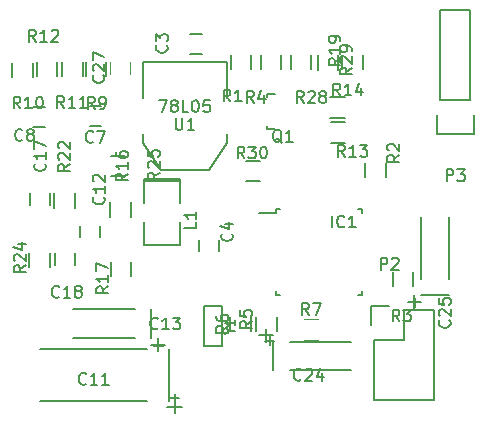
<source format=gto>
%TF.GenerationSoftware,KiCad,Pcbnew,5.0.0-rc2-dev-unknown-b813eac~63~ubuntu16.04.1*%
%TF.CreationDate,2018-04-08T19:45:01+02:00*%
%TF.ProjectId,atmegax8_with_BM20,61746D65676178385F776974685F424D,rev?*%
%TF.SameCoordinates,Original*%
%TF.FileFunction,Legend,Top*%
%TF.FilePolarity,Positive*%
%FSLAX46Y46*%
G04 Gerber Fmt 4.6, Leading zero omitted, Abs format (unit mm)*
G04 Created by KiCad (PCBNEW 5.0.0-rc2-dev-unknown-b813eac~63~ubuntu16.04.1) date Sun Apr  8 19:45:01 2018*
%MOMM*%
%LPD*%
G01*
G04 APERTURE LIST*
%ADD10C,0.150000*%
%ADD11C,0.203200*%
%ADD12C,0.120000*%
G04 APERTURE END LIST*
D10*
%TO.C,IC1*%
X28175800Y-24061000D02*
X28175800Y-24386000D01*
X35425800Y-24061000D02*
X35425800Y-24386000D01*
X35425800Y-31311000D02*
X35425800Y-30986000D01*
X28175800Y-31311000D02*
X28175800Y-30986000D01*
X28175800Y-24061000D02*
X28500800Y-24061000D01*
X28175800Y-31311000D02*
X28500800Y-31311000D01*
X35425800Y-31311000D02*
X35100800Y-31311000D01*
X35425800Y-24061000D02*
X35100800Y-24061000D01*
X28175800Y-24386000D02*
X26750800Y-24386000D01*
%TO.C,R14*%
X33966700Y-16318200D02*
X32766700Y-16318200D01*
X32766700Y-14568200D02*
X33966700Y-14568200D01*
%TO.C,Y1*%
X22084600Y-35649600D02*
X23584600Y-35649600D01*
X22084600Y-32249600D02*
X22084600Y-35649600D01*
X23584600Y-32249600D02*
X22084600Y-32249600D01*
X23584600Y-35649600D02*
X23584600Y-32249600D01*
%TO.C,R2*%
X35701000Y-21351800D02*
X35701000Y-20151800D01*
X37451000Y-20151800D02*
X37451000Y-21351800D01*
D11*
%TO.C,U1*%
X23990300Y-14630400D02*
X23990300Y-11582400D01*
X23990300Y-11582400D02*
X16878300Y-11582400D01*
X16878300Y-11582400D02*
X16878300Y-14630400D01*
X23990300Y-17678400D02*
X23990300Y-18440400D01*
X23990300Y-18440400D02*
X22466300Y-20726400D01*
X22466300Y-20726400D02*
X18402300Y-20726400D01*
X18402300Y-20726400D02*
X16878300Y-18440400D01*
X16878300Y-18440400D02*
X16878300Y-17678400D01*
D10*
%TO.C,C3*%
X21861400Y-9221100D02*
X20861400Y-9221100D01*
X20861400Y-10921100D02*
X21861400Y-10921100D01*
%TO.C,C4*%
X21603600Y-26657680D02*
X21603600Y-27657680D01*
X23303600Y-27657680D02*
X23303600Y-26657680D01*
%TO.C,P2*%
X36494720Y-35118040D02*
X36494720Y-40198040D01*
X36214720Y-32298040D02*
X37764720Y-32298040D01*
X39034720Y-32578040D02*
X39034720Y-35118040D01*
X39034720Y-35118040D02*
X36494720Y-35118040D01*
X36494720Y-40198040D02*
X41574720Y-40198040D01*
X41574720Y-40198040D02*
X41574720Y-35118040D01*
X36214720Y-32298040D02*
X36214720Y-33848040D01*
X41574720Y-32578040D02*
X39034720Y-32578040D01*
X41574720Y-35118040D02*
X41574720Y-32578040D01*
%TO.C,R1*%
X24311640Y-12187480D02*
X24311640Y-10987480D01*
X26061640Y-10987480D02*
X26061640Y-12187480D01*
%TO.C,R30*%
X26782320Y-21710620D02*
X25582320Y-21710620D01*
X25582320Y-19960620D02*
X26782320Y-19960620D01*
%TO.C,R4*%
X28606720Y-11002720D02*
X28606720Y-12202720D01*
X26856720Y-12202720D02*
X26856720Y-11002720D01*
%TO.C,R5*%
X28218100Y-33194700D02*
X28218100Y-34394700D01*
X26468100Y-34394700D02*
X26468100Y-33194700D01*
%TO.C,R6*%
X24258300Y-34394700D02*
X24258300Y-33194700D01*
X26008300Y-33194700D02*
X26008300Y-34394700D01*
%TO.C,R3*%
X38037800Y-30572000D02*
X38037800Y-29372000D01*
X39787800Y-29372000D02*
X39787800Y-30572000D01*
%TO.C,C11*%
X19118580Y-40330120D02*
X19118580Y-35930840D01*
X17216120Y-35930840D02*
X8214360Y-35930840D01*
X8214360Y-40330120D02*
X17216120Y-40330120D01*
X19573240Y-41333420D02*
X19573240Y-40233600D01*
X20172680Y-40833040D02*
X18973800Y-40833040D01*
%TO.C,C12*%
X13285840Y-26458800D02*
X13285840Y-25458800D01*
X11585840Y-25458800D02*
X11585840Y-26458800D01*
%TO.C,C13*%
X16189960Y-32570420D02*
X10988040Y-32570420D01*
X10988040Y-34968180D02*
X16189960Y-34968180D01*
X18188940Y-36068000D02*
X18188940Y-34968180D01*
X18788380Y-35567620D02*
X17589500Y-35567620D01*
X17584420Y-34968180D02*
X17584420Y-32570420D01*
%TO.C,R9*%
X13803600Y-11617400D02*
X13803600Y-12817400D01*
X12053600Y-12817400D02*
X12053600Y-11617400D01*
%TO.C,R10*%
X7600920Y-11668200D02*
X7600920Y-12868200D01*
X5850920Y-12868200D02*
X5850920Y-11668200D01*
%TO.C,R11*%
X11822400Y-11617400D02*
X11822400Y-12817400D01*
X10072400Y-12817400D02*
X10072400Y-11617400D01*
%TO.C,R12*%
X9638000Y-11642800D02*
X9638000Y-12842800D01*
X7888000Y-12842800D02*
X7888000Y-11642800D01*
%TO.C,R13*%
X33997200Y-18464500D02*
X32797200Y-18464500D01*
X32797200Y-16714500D02*
X33997200Y-16714500D01*
%TO.C,R16*%
X15881320Y-23504600D02*
X15881320Y-24704600D01*
X14131320Y-24704600D02*
X14131320Y-23504600D01*
%TO.C,R17*%
X15909260Y-28561740D02*
X15909260Y-29761740D01*
X14159260Y-29761740D02*
X14159260Y-28561740D01*
%TO.C,L1*%
X19994880Y-21498560D02*
X16946880Y-21498560D01*
X16946880Y-25181560D02*
X16946880Y-27086560D01*
X16946880Y-27086560D02*
X19994880Y-27086560D01*
X19994880Y-27086560D02*
X19994880Y-25181560D01*
X19994880Y-23530560D02*
X19994880Y-21498560D01*
X19994880Y-21698560D02*
X16946880Y-21698560D01*
X16946880Y-21498560D02*
X16946880Y-23530560D01*
%TO.C,C17*%
X9005940Y-23746080D02*
X9005940Y-22746080D01*
X7305940Y-22746080D02*
X7305940Y-23746080D01*
%TO.C,C18*%
X9437000Y-27795600D02*
X9437000Y-28795600D01*
X11137000Y-28795600D02*
X11137000Y-27795600D01*
%TO.C,R19*%
X35507900Y-11020500D02*
X35507900Y-12220500D01*
X33757900Y-12220500D02*
X33757900Y-11020500D01*
%TO.C,R22*%
X11126440Y-22747680D02*
X11126440Y-23947680D01*
X9376440Y-23947680D02*
X9376440Y-22747680D01*
%TO.C,R24*%
X7258080Y-28951480D02*
X7258080Y-27751480D01*
X9008080Y-27751480D02*
X9008080Y-28951480D01*
%TO.C,R25*%
X14173900Y-19533900D02*
X15373900Y-19533900D01*
X15373900Y-21283900D02*
X14173900Y-21283900D01*
%TO.C,C7*%
X12377800Y-17055200D02*
X13377800Y-17055200D01*
X13377800Y-15355200D02*
X12377800Y-15355200D01*
%TO.C,C8*%
X8577200Y-15431400D02*
X7577200Y-15431400D01*
X7577200Y-17131400D02*
X8577200Y-17131400D01*
%TO.C,C24*%
X29342080Y-37729160D02*
X34544000Y-37729160D01*
X34544000Y-35331400D02*
X29342080Y-35331400D01*
X27343100Y-34231580D02*
X27343100Y-35331400D01*
X26743660Y-34731960D02*
X27942540Y-34731960D01*
X27947620Y-35331400D02*
X27947620Y-37729160D01*
%TO.C,C25*%
X42829480Y-29956760D02*
X42829480Y-24754840D01*
X40431720Y-24754840D02*
X40431720Y-29956760D01*
X39331900Y-31955740D02*
X40431720Y-31955740D01*
X39832280Y-32555180D02*
X39832280Y-31356300D01*
X40431720Y-31351220D02*
X42829480Y-31351220D01*
%TO.C,Q1*%
X27404060Y-14507260D02*
X27404060Y-14555520D01*
X28105100Y-17306240D02*
X27404060Y-17306240D01*
X27404060Y-17306240D02*
X27404060Y-17057320D01*
X27404060Y-14507260D02*
X27404060Y-14306600D01*
X27404060Y-14306600D02*
X28105100Y-14306600D01*
%TO.C,R28*%
X31164500Y-11045900D02*
X31164500Y-12245900D01*
X29414500Y-12245900D02*
X29414500Y-11045900D01*
%TO.C,R29*%
X33442880Y-11053520D02*
X33442880Y-12253520D01*
X31692880Y-12253520D02*
X31692880Y-11053520D01*
D12*
%TO.C,C27*%
X15785200Y-12590400D02*
X15785200Y-11590400D01*
X14085200Y-11590400D02*
X14085200Y-12590400D01*
%TO.C,R7*%
X30509920Y-33389680D02*
X31709920Y-33389680D01*
X31709920Y-35149680D02*
X30509920Y-35149680D01*
D10*
%TO.C,P3*%
X44622720Y-14874240D02*
X44622720Y-7254240D01*
X42082720Y-14874240D02*
X42082720Y-7254240D01*
X41802720Y-17694240D02*
X41802720Y-16144240D01*
X44622720Y-7254240D02*
X42082720Y-7254240D01*
X42082720Y-14874240D02*
X44622720Y-14874240D01*
X44902720Y-16144240D02*
X44902720Y-17694240D01*
X44902720Y-17694240D02*
X41802720Y-17694240D01*
%TO.C,IC1*%
X32907409Y-25623780D02*
X32907409Y-24623780D01*
X33955028Y-25528542D02*
X33907409Y-25576161D01*
X33764552Y-25623780D01*
X33669314Y-25623780D01*
X33526457Y-25576161D01*
X33431219Y-25480923D01*
X33383600Y-25385685D01*
X33335980Y-25195209D01*
X33335980Y-25052352D01*
X33383600Y-24861876D01*
X33431219Y-24766638D01*
X33526457Y-24671400D01*
X33669314Y-24623780D01*
X33764552Y-24623780D01*
X33907409Y-24671400D01*
X33955028Y-24719019D01*
X34907409Y-25623780D02*
X34335980Y-25623780D01*
X34621695Y-25623780D02*
X34621695Y-24623780D01*
X34526457Y-24766638D01*
X34431219Y-24861876D01*
X34335980Y-24909495D01*
%TO.C,R14*%
X33587442Y-14447780D02*
X33254109Y-13971590D01*
X33016014Y-14447780D02*
X33016014Y-13447780D01*
X33396966Y-13447780D01*
X33492204Y-13495400D01*
X33539823Y-13543019D01*
X33587442Y-13638257D01*
X33587442Y-13781114D01*
X33539823Y-13876352D01*
X33492204Y-13923971D01*
X33396966Y-13971590D01*
X33016014Y-13971590D01*
X34539823Y-14447780D02*
X33968395Y-14447780D01*
X34254109Y-14447780D02*
X34254109Y-13447780D01*
X34158871Y-13590638D01*
X34063633Y-13685876D01*
X33968395Y-13733495D01*
X35396966Y-13781114D02*
X35396966Y-14447780D01*
X35158871Y-13400161D02*
X34920776Y-14114447D01*
X35539823Y-14114447D01*
%TO.C,Y1*%
X24285552Y-34410552D02*
X24666504Y-34410552D01*
X23866504Y-34677219D02*
X24285552Y-34410552D01*
X23866504Y-34143885D01*
X24666504Y-33458171D02*
X24666504Y-33915314D01*
X24666504Y-33686742D02*
X23866504Y-33686742D01*
X23980790Y-33762933D01*
X24056980Y-33839123D01*
X24095076Y-33915314D01*
%TO.C,R2*%
X38603180Y-19470666D02*
X38126990Y-19804000D01*
X38603180Y-20042095D02*
X37603180Y-20042095D01*
X37603180Y-19661142D01*
X37650800Y-19565904D01*
X37698419Y-19518285D01*
X37793657Y-19470666D01*
X37936514Y-19470666D01*
X38031752Y-19518285D01*
X38079371Y-19565904D01*
X38126990Y-19661142D01*
X38126990Y-20042095D01*
X37698419Y-19089714D02*
X37650800Y-19042095D01*
X37603180Y-18946857D01*
X37603180Y-18708761D01*
X37650800Y-18613523D01*
X37698419Y-18565904D01*
X37793657Y-18518285D01*
X37888895Y-18518285D01*
X38031752Y-18565904D01*
X38603180Y-19137333D01*
X38603180Y-18518285D01*
%TO.C,U1*%
D11*
X19660204Y-16360019D02*
X19660204Y-17182495D01*
X19708585Y-17279257D01*
X19756966Y-17327638D01*
X19853728Y-17376019D01*
X20047252Y-17376019D01*
X20144014Y-17327638D01*
X20192395Y-17279257D01*
X20240776Y-17182495D01*
X20240776Y-16360019D01*
X21256776Y-17376019D02*
X20676204Y-17376019D01*
X20966490Y-17376019D02*
X20966490Y-16360019D01*
X20869728Y-16505161D01*
X20772966Y-16601923D01*
X20676204Y-16650304D01*
X18232966Y-14836019D02*
X18910300Y-14836019D01*
X18474871Y-15852019D01*
X19442490Y-15271447D02*
X19345728Y-15223066D01*
X19297347Y-15174685D01*
X19248966Y-15077923D01*
X19248966Y-15029542D01*
X19297347Y-14932780D01*
X19345728Y-14884400D01*
X19442490Y-14836019D01*
X19636014Y-14836019D01*
X19732776Y-14884400D01*
X19781157Y-14932780D01*
X19829538Y-15029542D01*
X19829538Y-15077923D01*
X19781157Y-15174685D01*
X19732776Y-15223066D01*
X19636014Y-15271447D01*
X19442490Y-15271447D01*
X19345728Y-15319828D01*
X19297347Y-15368209D01*
X19248966Y-15464971D01*
X19248966Y-15658495D01*
X19297347Y-15755257D01*
X19345728Y-15803638D01*
X19442490Y-15852019D01*
X19636014Y-15852019D01*
X19732776Y-15803638D01*
X19781157Y-15755257D01*
X19829538Y-15658495D01*
X19829538Y-15464971D01*
X19781157Y-15368209D01*
X19732776Y-15319828D01*
X19636014Y-15271447D01*
X20748776Y-15852019D02*
X20264966Y-15852019D01*
X20264966Y-14836019D01*
X21280966Y-14836019D02*
X21377728Y-14836019D01*
X21474490Y-14884400D01*
X21522871Y-14932780D01*
X21571252Y-15029542D01*
X21619633Y-15223066D01*
X21619633Y-15464971D01*
X21571252Y-15658495D01*
X21522871Y-15755257D01*
X21474490Y-15803638D01*
X21377728Y-15852019D01*
X21280966Y-15852019D01*
X21184204Y-15803638D01*
X21135823Y-15755257D01*
X21087442Y-15658495D01*
X21039061Y-15464971D01*
X21039061Y-15223066D01*
X21087442Y-15029542D01*
X21135823Y-14932780D01*
X21184204Y-14884400D01*
X21280966Y-14836019D01*
X22538871Y-14836019D02*
X22055061Y-14836019D01*
X22006680Y-15319828D01*
X22055061Y-15271447D01*
X22151823Y-15223066D01*
X22393728Y-15223066D01*
X22490490Y-15271447D01*
X22538871Y-15319828D01*
X22587252Y-15416590D01*
X22587252Y-15658495D01*
X22538871Y-15755257D01*
X22490490Y-15803638D01*
X22393728Y-15852019D01*
X22151823Y-15852019D01*
X22055061Y-15803638D01*
X22006680Y-15755257D01*
%TO.C,C3*%
D10*
X18899142Y-10199666D02*
X18946761Y-10247285D01*
X18994380Y-10390142D01*
X18994380Y-10485380D01*
X18946761Y-10628238D01*
X18851523Y-10723476D01*
X18756285Y-10771095D01*
X18565809Y-10818714D01*
X18422952Y-10818714D01*
X18232476Y-10771095D01*
X18137238Y-10723476D01*
X18042000Y-10628238D01*
X17994380Y-10485380D01*
X17994380Y-10390142D01*
X18042000Y-10247285D01*
X18089619Y-10199666D01*
X17994380Y-9866333D02*
X17994380Y-9247285D01*
X18375333Y-9580619D01*
X18375333Y-9437761D01*
X18422952Y-9342523D01*
X18470571Y-9294904D01*
X18565809Y-9247285D01*
X18803904Y-9247285D01*
X18899142Y-9294904D01*
X18946761Y-9342523D01*
X18994380Y-9437761D01*
X18994380Y-9723476D01*
X18946761Y-9818714D01*
X18899142Y-9866333D01*
%TO.C,C4*%
X24410942Y-26150866D02*
X24458561Y-26198485D01*
X24506180Y-26341342D01*
X24506180Y-26436580D01*
X24458561Y-26579438D01*
X24363323Y-26674676D01*
X24268085Y-26722295D01*
X24077609Y-26769914D01*
X23934752Y-26769914D01*
X23744276Y-26722295D01*
X23649038Y-26674676D01*
X23553800Y-26579438D01*
X23506180Y-26436580D01*
X23506180Y-26341342D01*
X23553800Y-26198485D01*
X23601419Y-26150866D01*
X23839514Y-25293723D02*
X24506180Y-25293723D01*
X23458561Y-25531819D02*
X24172847Y-25769914D01*
X24172847Y-25150866D01*
%TO.C,P2*%
X37026624Y-29200420D02*
X37026624Y-28200420D01*
X37407577Y-28200420D01*
X37502815Y-28248040D01*
X37550434Y-28295659D01*
X37598053Y-28390897D01*
X37598053Y-28533754D01*
X37550434Y-28628992D01*
X37502815Y-28676611D01*
X37407577Y-28724230D01*
X37026624Y-28724230D01*
X37979005Y-28295659D02*
X38026624Y-28248040D01*
X38121862Y-28200420D01*
X38359958Y-28200420D01*
X38455196Y-28248040D01*
X38502815Y-28295659D01*
X38550434Y-28390897D01*
X38550434Y-28486135D01*
X38502815Y-28628992D01*
X37931386Y-29200420D01*
X38550434Y-29200420D01*
%TO.C,R1*%
X24293533Y-14955780D02*
X23960200Y-14479590D01*
X23722104Y-14955780D02*
X23722104Y-13955780D01*
X24103057Y-13955780D01*
X24198295Y-14003400D01*
X24245914Y-14051019D01*
X24293533Y-14146257D01*
X24293533Y-14289114D01*
X24245914Y-14384352D01*
X24198295Y-14431971D01*
X24103057Y-14479590D01*
X23722104Y-14479590D01*
X25245914Y-14955780D02*
X24674485Y-14955780D01*
X24960200Y-14955780D02*
X24960200Y-13955780D01*
X24864961Y-14098638D01*
X24769723Y-14193876D01*
X24674485Y-14241495D01*
%TO.C,R30*%
X25493742Y-19781780D02*
X25160409Y-19305590D01*
X24922314Y-19781780D02*
X24922314Y-18781780D01*
X25303266Y-18781780D01*
X25398504Y-18829400D01*
X25446123Y-18877019D01*
X25493742Y-18972257D01*
X25493742Y-19115114D01*
X25446123Y-19210352D01*
X25398504Y-19257971D01*
X25303266Y-19305590D01*
X24922314Y-19305590D01*
X25827076Y-18781780D02*
X26446123Y-18781780D01*
X26112790Y-19162733D01*
X26255647Y-19162733D01*
X26350885Y-19210352D01*
X26398504Y-19257971D01*
X26446123Y-19353209D01*
X26446123Y-19591304D01*
X26398504Y-19686542D01*
X26350885Y-19734161D01*
X26255647Y-19781780D01*
X25969933Y-19781780D01*
X25874695Y-19734161D01*
X25827076Y-19686542D01*
X27065171Y-18781780D02*
X27160409Y-18781780D01*
X27255647Y-18829400D01*
X27303266Y-18877019D01*
X27350885Y-18972257D01*
X27398504Y-19162733D01*
X27398504Y-19400828D01*
X27350885Y-19591304D01*
X27303266Y-19686542D01*
X27255647Y-19734161D01*
X27160409Y-19781780D01*
X27065171Y-19781780D01*
X26969933Y-19734161D01*
X26922314Y-19686542D01*
X26874695Y-19591304D01*
X26827076Y-19400828D01*
X26827076Y-19162733D01*
X26874695Y-18972257D01*
X26922314Y-18877019D01*
X26969933Y-18829400D01*
X27065171Y-18781780D01*
%TO.C,R4*%
X26300133Y-15057380D02*
X25966800Y-14581190D01*
X25728704Y-15057380D02*
X25728704Y-14057380D01*
X26109657Y-14057380D01*
X26204895Y-14105000D01*
X26252514Y-14152619D01*
X26300133Y-14247857D01*
X26300133Y-14390714D01*
X26252514Y-14485952D01*
X26204895Y-14533571D01*
X26109657Y-14581190D01*
X25728704Y-14581190D01*
X27157276Y-14390714D02*
X27157276Y-15057380D01*
X26919180Y-14009761D02*
X26681085Y-14724047D01*
X27300133Y-14724047D01*
%TO.C,R5*%
X26106380Y-33554966D02*
X25630190Y-33888300D01*
X26106380Y-34126395D02*
X25106380Y-34126395D01*
X25106380Y-33745442D01*
X25154000Y-33650204D01*
X25201619Y-33602585D01*
X25296857Y-33554966D01*
X25439714Y-33554966D01*
X25534952Y-33602585D01*
X25582571Y-33650204D01*
X25630190Y-33745442D01*
X25630190Y-34126395D01*
X25106380Y-32650204D02*
X25106380Y-33126395D01*
X25582571Y-33174014D01*
X25534952Y-33126395D01*
X25487333Y-33031157D01*
X25487333Y-32793061D01*
X25534952Y-32697823D01*
X25582571Y-32650204D01*
X25677809Y-32602585D01*
X25915904Y-32602585D01*
X26011142Y-32650204D01*
X26058761Y-32697823D01*
X26106380Y-32793061D01*
X26106380Y-33031157D01*
X26058761Y-33126395D01*
X26011142Y-33174014D01*
%TO.C,R6*%
X24112480Y-33948666D02*
X23636290Y-34282000D01*
X24112480Y-34520095D02*
X23112480Y-34520095D01*
X23112480Y-34139142D01*
X23160100Y-34043904D01*
X23207719Y-33996285D01*
X23302957Y-33948666D01*
X23445814Y-33948666D01*
X23541052Y-33996285D01*
X23588671Y-34043904D01*
X23636290Y-34139142D01*
X23636290Y-34520095D01*
X23112480Y-33091523D02*
X23112480Y-33282000D01*
X23160100Y-33377238D01*
X23207719Y-33424857D01*
X23350576Y-33520095D01*
X23541052Y-33567714D01*
X23922004Y-33567714D01*
X24017242Y-33520095D01*
X24064861Y-33472476D01*
X24112480Y-33377238D01*
X24112480Y-33186761D01*
X24064861Y-33091523D01*
X24017242Y-33043904D01*
X23922004Y-32996285D01*
X23683909Y-32996285D01*
X23588671Y-33043904D01*
X23541052Y-33091523D01*
X23493433Y-33186761D01*
X23493433Y-33377238D01*
X23541052Y-33472476D01*
X23588671Y-33520095D01*
X23683909Y-33567714D01*
%TO.C,R3*%
X38619133Y-33573980D02*
X38285800Y-33097790D01*
X38047704Y-33573980D02*
X38047704Y-32573980D01*
X38428657Y-32573980D01*
X38523895Y-32621600D01*
X38571514Y-32669219D01*
X38619133Y-32764457D01*
X38619133Y-32907314D01*
X38571514Y-33002552D01*
X38523895Y-33050171D01*
X38428657Y-33097790D01*
X38047704Y-33097790D01*
X38952466Y-32573980D02*
X39571514Y-32573980D01*
X39238180Y-32954933D01*
X39381038Y-32954933D01*
X39476276Y-33002552D01*
X39523895Y-33050171D01*
X39571514Y-33145409D01*
X39571514Y-33383504D01*
X39523895Y-33478742D01*
X39476276Y-33526361D01*
X39381038Y-33573980D01*
X39095323Y-33573980D01*
X39000085Y-33526361D01*
X38952466Y-33478742D01*
%TO.C,C11*%
X12082542Y-38838142D02*
X12034923Y-38885761D01*
X11892066Y-38933380D01*
X11796828Y-38933380D01*
X11653971Y-38885761D01*
X11558733Y-38790523D01*
X11511114Y-38695285D01*
X11463495Y-38504809D01*
X11463495Y-38361952D01*
X11511114Y-38171476D01*
X11558733Y-38076238D01*
X11653971Y-37981000D01*
X11796828Y-37933380D01*
X11892066Y-37933380D01*
X12034923Y-37981000D01*
X12082542Y-38028619D01*
X13034923Y-38933380D02*
X12463495Y-38933380D01*
X12749209Y-38933380D02*
X12749209Y-37933380D01*
X12653971Y-38076238D01*
X12558733Y-38171476D01*
X12463495Y-38219095D01*
X13987304Y-38933380D02*
X13415876Y-38933380D01*
X13701590Y-38933380D02*
X13701590Y-37933380D01*
X13606352Y-38076238D01*
X13511114Y-38171476D01*
X13415876Y-38219095D01*
X19227847Y-40076428D02*
X19989752Y-40076428D01*
X19608800Y-40457380D02*
X19608800Y-39695476D01*
%TO.C,C12*%
X13565142Y-23045657D02*
X13612761Y-23093276D01*
X13660380Y-23236133D01*
X13660380Y-23331371D01*
X13612761Y-23474228D01*
X13517523Y-23569466D01*
X13422285Y-23617085D01*
X13231809Y-23664704D01*
X13088952Y-23664704D01*
X12898476Y-23617085D01*
X12803238Y-23569466D01*
X12708000Y-23474228D01*
X12660380Y-23331371D01*
X12660380Y-23236133D01*
X12708000Y-23093276D01*
X12755619Y-23045657D01*
X13660380Y-22093276D02*
X13660380Y-22664704D01*
X13660380Y-22378990D02*
X12660380Y-22378990D01*
X12803238Y-22474228D01*
X12898476Y-22569466D01*
X12946095Y-22664704D01*
X12755619Y-21712323D02*
X12708000Y-21664704D01*
X12660380Y-21569466D01*
X12660380Y-21331371D01*
X12708000Y-21236133D01*
X12755619Y-21188514D01*
X12850857Y-21140895D01*
X12946095Y-21140895D01*
X13088952Y-21188514D01*
X13660380Y-21759942D01*
X13660380Y-21140895D01*
%TO.C,C13*%
X18153142Y-34164542D02*
X18105523Y-34212161D01*
X17962666Y-34259780D01*
X17867428Y-34259780D01*
X17724571Y-34212161D01*
X17629333Y-34116923D01*
X17581714Y-34021685D01*
X17534095Y-33831209D01*
X17534095Y-33688352D01*
X17581714Y-33497876D01*
X17629333Y-33402638D01*
X17724571Y-33307400D01*
X17867428Y-33259780D01*
X17962666Y-33259780D01*
X18105523Y-33307400D01*
X18153142Y-33355019D01*
X19105523Y-34259780D02*
X18534095Y-34259780D01*
X18819809Y-34259780D02*
X18819809Y-33259780D01*
X18724571Y-33402638D01*
X18629333Y-33497876D01*
X18534095Y-33545495D01*
X19438857Y-33259780D02*
X20057904Y-33259780D01*
X19724571Y-33640733D01*
X19867428Y-33640733D01*
X19962666Y-33688352D01*
X20010285Y-33735971D01*
X20057904Y-33831209D01*
X20057904Y-34069304D01*
X20010285Y-34164542D01*
X19962666Y-34212161D01*
X19867428Y-34259780D01*
X19581714Y-34259780D01*
X19486476Y-34212161D01*
X19438857Y-34164542D01*
X17807987Y-35641588D02*
X18569892Y-35641588D01*
X18188940Y-36022540D02*
X18188940Y-35260636D01*
%TO.C,R9*%
X12807653Y-15565380D02*
X12474320Y-15089190D01*
X12236224Y-15565380D02*
X12236224Y-14565380D01*
X12617177Y-14565380D01*
X12712415Y-14613000D01*
X12760034Y-14660619D01*
X12807653Y-14755857D01*
X12807653Y-14898714D01*
X12760034Y-14993952D01*
X12712415Y-15041571D01*
X12617177Y-15089190D01*
X12236224Y-15089190D01*
X13283843Y-15565380D02*
X13474320Y-15565380D01*
X13569558Y-15517761D01*
X13617177Y-15470142D01*
X13712415Y-15327285D01*
X13760034Y-15136809D01*
X13760034Y-14755857D01*
X13712415Y-14660619D01*
X13664796Y-14613000D01*
X13569558Y-14565380D01*
X13379081Y-14565380D01*
X13283843Y-14613000D01*
X13236224Y-14660619D01*
X13188605Y-14755857D01*
X13188605Y-14993952D01*
X13236224Y-15089190D01*
X13283843Y-15136809D01*
X13379081Y-15184428D01*
X13569558Y-15184428D01*
X13664796Y-15136809D01*
X13712415Y-15089190D01*
X13760034Y-14993952D01*
%TO.C,R10*%
X6519942Y-15539980D02*
X6186609Y-15063790D01*
X5948514Y-15539980D02*
X5948514Y-14539980D01*
X6329466Y-14539980D01*
X6424704Y-14587600D01*
X6472323Y-14635219D01*
X6519942Y-14730457D01*
X6519942Y-14873314D01*
X6472323Y-14968552D01*
X6424704Y-15016171D01*
X6329466Y-15063790D01*
X5948514Y-15063790D01*
X7472323Y-15539980D02*
X6900895Y-15539980D01*
X7186609Y-15539980D02*
X7186609Y-14539980D01*
X7091371Y-14682838D01*
X6996133Y-14778076D01*
X6900895Y-14825695D01*
X8091371Y-14539980D02*
X8186609Y-14539980D01*
X8281847Y-14587600D01*
X8329466Y-14635219D01*
X8377085Y-14730457D01*
X8424704Y-14920933D01*
X8424704Y-15159028D01*
X8377085Y-15349504D01*
X8329466Y-15444742D01*
X8281847Y-15492361D01*
X8186609Y-15539980D01*
X8091371Y-15539980D01*
X7996133Y-15492361D01*
X7948514Y-15444742D01*
X7900895Y-15349504D01*
X7853276Y-15159028D01*
X7853276Y-14920933D01*
X7900895Y-14730457D01*
X7948514Y-14635219D01*
X7996133Y-14587600D01*
X8091371Y-14539980D01*
%TO.C,R11*%
X10233422Y-15499340D02*
X9900089Y-15023150D01*
X9661994Y-15499340D02*
X9661994Y-14499340D01*
X10042946Y-14499340D01*
X10138184Y-14546960D01*
X10185803Y-14594579D01*
X10233422Y-14689817D01*
X10233422Y-14832674D01*
X10185803Y-14927912D01*
X10138184Y-14975531D01*
X10042946Y-15023150D01*
X9661994Y-15023150D01*
X11185803Y-15499340D02*
X10614375Y-15499340D01*
X10900089Y-15499340D02*
X10900089Y-14499340D01*
X10804851Y-14642198D01*
X10709613Y-14737436D01*
X10614375Y-14785055D01*
X12138184Y-15499340D02*
X11566756Y-15499340D01*
X11852470Y-15499340D02*
X11852470Y-14499340D01*
X11757232Y-14642198D01*
X11661994Y-14737436D01*
X11566756Y-14785055D01*
%TO.C,R12*%
X7835662Y-9885940D02*
X7502329Y-9409750D01*
X7264234Y-9885940D02*
X7264234Y-8885940D01*
X7645186Y-8885940D01*
X7740424Y-8933560D01*
X7788043Y-8981179D01*
X7835662Y-9076417D01*
X7835662Y-9219274D01*
X7788043Y-9314512D01*
X7740424Y-9362131D01*
X7645186Y-9409750D01*
X7264234Y-9409750D01*
X8788043Y-9885940D02*
X8216615Y-9885940D01*
X8502329Y-9885940D02*
X8502329Y-8885940D01*
X8407091Y-9028798D01*
X8311853Y-9124036D01*
X8216615Y-9171655D01*
X9168996Y-8981179D02*
X9216615Y-8933560D01*
X9311853Y-8885940D01*
X9549948Y-8885940D01*
X9645186Y-8933560D01*
X9692805Y-8981179D01*
X9740424Y-9076417D01*
X9740424Y-9171655D01*
X9692805Y-9314512D01*
X9121377Y-9885940D01*
X9740424Y-9885940D01*
%TO.C,R13*%
X33998942Y-19629380D02*
X33665609Y-19153190D01*
X33427514Y-19629380D02*
X33427514Y-18629380D01*
X33808466Y-18629380D01*
X33903704Y-18677000D01*
X33951323Y-18724619D01*
X33998942Y-18819857D01*
X33998942Y-18962714D01*
X33951323Y-19057952D01*
X33903704Y-19105571D01*
X33808466Y-19153190D01*
X33427514Y-19153190D01*
X34951323Y-19629380D02*
X34379895Y-19629380D01*
X34665609Y-19629380D02*
X34665609Y-18629380D01*
X34570371Y-18772238D01*
X34475133Y-18867476D01*
X34379895Y-18915095D01*
X35284657Y-18629380D02*
X35903704Y-18629380D01*
X35570371Y-19010333D01*
X35713228Y-19010333D01*
X35808466Y-19057952D01*
X35856085Y-19105571D01*
X35903704Y-19200809D01*
X35903704Y-19438904D01*
X35856085Y-19534142D01*
X35808466Y-19581761D01*
X35713228Y-19629380D01*
X35427514Y-19629380D01*
X35332276Y-19581761D01*
X35284657Y-19534142D01*
%TO.C,R16*%
X15590780Y-21064457D02*
X15114590Y-21397790D01*
X15590780Y-21635885D02*
X14590780Y-21635885D01*
X14590780Y-21254933D01*
X14638400Y-21159695D01*
X14686019Y-21112076D01*
X14781257Y-21064457D01*
X14924114Y-21064457D01*
X15019352Y-21112076D01*
X15066971Y-21159695D01*
X15114590Y-21254933D01*
X15114590Y-21635885D01*
X15590780Y-20112076D02*
X15590780Y-20683504D01*
X15590780Y-20397790D02*
X14590780Y-20397790D01*
X14733638Y-20493028D01*
X14828876Y-20588266D01*
X14876495Y-20683504D01*
X14590780Y-19254933D02*
X14590780Y-19445409D01*
X14638400Y-19540647D01*
X14686019Y-19588266D01*
X14828876Y-19683504D01*
X15019352Y-19731123D01*
X15400304Y-19731123D01*
X15495542Y-19683504D01*
X15543161Y-19635885D01*
X15590780Y-19540647D01*
X15590780Y-19350171D01*
X15543161Y-19254933D01*
X15495542Y-19207314D01*
X15400304Y-19159695D01*
X15162209Y-19159695D01*
X15066971Y-19207314D01*
X15019352Y-19254933D01*
X14971733Y-19350171D01*
X14971733Y-19540647D01*
X15019352Y-19635885D01*
X15066971Y-19683504D01*
X15162209Y-19731123D01*
%TO.C,R17*%
X13965180Y-30614857D02*
X13488990Y-30948190D01*
X13965180Y-31186285D02*
X12965180Y-31186285D01*
X12965180Y-30805333D01*
X13012800Y-30710095D01*
X13060419Y-30662476D01*
X13155657Y-30614857D01*
X13298514Y-30614857D01*
X13393752Y-30662476D01*
X13441371Y-30710095D01*
X13488990Y-30805333D01*
X13488990Y-31186285D01*
X13965180Y-29662476D02*
X13965180Y-30233904D01*
X13965180Y-29948190D02*
X12965180Y-29948190D01*
X13108038Y-30043428D01*
X13203276Y-30138666D01*
X13250895Y-30233904D01*
X12965180Y-29329142D02*
X12965180Y-28662476D01*
X13965180Y-29091047D01*
%TO.C,L1*%
X21407380Y-25160266D02*
X21407380Y-25636457D01*
X20407380Y-25636457D01*
X21407380Y-24303123D02*
X21407380Y-24874552D01*
X21407380Y-24588838D02*
X20407380Y-24588838D01*
X20550238Y-24684076D01*
X20645476Y-24779314D01*
X20693095Y-24874552D01*
%TO.C,C17*%
X8586742Y-20226257D02*
X8634361Y-20273876D01*
X8681980Y-20416733D01*
X8681980Y-20511971D01*
X8634361Y-20654828D01*
X8539123Y-20750066D01*
X8443885Y-20797685D01*
X8253409Y-20845304D01*
X8110552Y-20845304D01*
X7920076Y-20797685D01*
X7824838Y-20750066D01*
X7729600Y-20654828D01*
X7681980Y-20511971D01*
X7681980Y-20416733D01*
X7729600Y-20273876D01*
X7777219Y-20226257D01*
X8681980Y-19273876D02*
X8681980Y-19845304D01*
X8681980Y-19559590D02*
X7681980Y-19559590D01*
X7824838Y-19654828D01*
X7920076Y-19750066D01*
X7967695Y-19845304D01*
X7681980Y-18940542D02*
X7681980Y-18273876D01*
X8681980Y-18702447D01*
%TO.C,C18*%
X9796542Y-31472142D02*
X9748923Y-31519761D01*
X9606066Y-31567380D01*
X9510828Y-31567380D01*
X9367971Y-31519761D01*
X9272733Y-31424523D01*
X9225114Y-31329285D01*
X9177495Y-31138809D01*
X9177495Y-30995952D01*
X9225114Y-30805476D01*
X9272733Y-30710238D01*
X9367971Y-30615000D01*
X9510828Y-30567380D01*
X9606066Y-30567380D01*
X9748923Y-30615000D01*
X9796542Y-30662619D01*
X10748923Y-31567380D02*
X10177495Y-31567380D01*
X10463209Y-31567380D02*
X10463209Y-30567380D01*
X10367971Y-30710238D01*
X10272733Y-30805476D01*
X10177495Y-30853095D01*
X11320352Y-30995952D02*
X11225114Y-30948333D01*
X11177495Y-30900714D01*
X11129876Y-30805476D01*
X11129876Y-30757857D01*
X11177495Y-30662619D01*
X11225114Y-30615000D01*
X11320352Y-30567380D01*
X11510828Y-30567380D01*
X11606066Y-30615000D01*
X11653685Y-30662619D01*
X11701304Y-30757857D01*
X11701304Y-30805476D01*
X11653685Y-30900714D01*
X11606066Y-30948333D01*
X11510828Y-30995952D01*
X11320352Y-30995952D01*
X11225114Y-31043571D01*
X11177495Y-31091190D01*
X11129876Y-31186428D01*
X11129876Y-31376904D01*
X11177495Y-31472142D01*
X11225114Y-31519761D01*
X11320352Y-31567380D01*
X11510828Y-31567380D01*
X11606066Y-31519761D01*
X11653685Y-31472142D01*
X11701304Y-31376904D01*
X11701304Y-31186428D01*
X11653685Y-31091190D01*
X11606066Y-31043571D01*
X11510828Y-30995952D01*
%TO.C,R19*%
X33612080Y-11298157D02*
X33135890Y-11631490D01*
X33612080Y-11869585D02*
X32612080Y-11869585D01*
X32612080Y-11488633D01*
X32659700Y-11393395D01*
X32707319Y-11345776D01*
X32802557Y-11298157D01*
X32945414Y-11298157D01*
X33040652Y-11345776D01*
X33088271Y-11393395D01*
X33135890Y-11488633D01*
X33135890Y-11869585D01*
X33612080Y-10345776D02*
X33612080Y-10917204D01*
X33612080Y-10631490D02*
X32612080Y-10631490D01*
X32754938Y-10726728D01*
X32850176Y-10821966D01*
X32897795Y-10917204D01*
X33612080Y-9869585D02*
X33612080Y-9679109D01*
X33564461Y-9583871D01*
X33516842Y-9536252D01*
X33373985Y-9441014D01*
X33183509Y-9393395D01*
X32802557Y-9393395D01*
X32707319Y-9441014D01*
X32659700Y-9488633D01*
X32612080Y-9583871D01*
X32612080Y-9774347D01*
X32659700Y-9869585D01*
X32707319Y-9917204D01*
X32802557Y-9964823D01*
X33040652Y-9964823D01*
X33135890Y-9917204D01*
X33183509Y-9869585D01*
X33231128Y-9774347D01*
X33231128Y-9583871D01*
X33183509Y-9488633D01*
X33135890Y-9441014D01*
X33040652Y-9393395D01*
%TO.C,R22*%
X10713980Y-20251657D02*
X10237790Y-20584990D01*
X10713980Y-20823085D02*
X9713980Y-20823085D01*
X9713980Y-20442133D01*
X9761600Y-20346895D01*
X9809219Y-20299276D01*
X9904457Y-20251657D01*
X10047314Y-20251657D01*
X10142552Y-20299276D01*
X10190171Y-20346895D01*
X10237790Y-20442133D01*
X10237790Y-20823085D01*
X9809219Y-19870704D02*
X9761600Y-19823085D01*
X9713980Y-19727847D01*
X9713980Y-19489752D01*
X9761600Y-19394514D01*
X9809219Y-19346895D01*
X9904457Y-19299276D01*
X9999695Y-19299276D01*
X10142552Y-19346895D01*
X10713980Y-19918323D01*
X10713980Y-19299276D01*
X9809219Y-18918323D02*
X9761600Y-18870704D01*
X9713980Y-18775466D01*
X9713980Y-18537371D01*
X9761600Y-18442133D01*
X9809219Y-18394514D01*
X9904457Y-18346895D01*
X9999695Y-18346895D01*
X10142552Y-18394514D01*
X10713980Y-18965942D01*
X10713980Y-18346895D01*
%TO.C,R24*%
X6954780Y-28836857D02*
X6478590Y-29170190D01*
X6954780Y-29408285D02*
X5954780Y-29408285D01*
X5954780Y-29027333D01*
X6002400Y-28932095D01*
X6050019Y-28884476D01*
X6145257Y-28836857D01*
X6288114Y-28836857D01*
X6383352Y-28884476D01*
X6430971Y-28932095D01*
X6478590Y-29027333D01*
X6478590Y-29408285D01*
X6050019Y-28455904D02*
X6002400Y-28408285D01*
X5954780Y-28313047D01*
X5954780Y-28074952D01*
X6002400Y-27979714D01*
X6050019Y-27932095D01*
X6145257Y-27884476D01*
X6240495Y-27884476D01*
X6383352Y-27932095D01*
X6954780Y-28503523D01*
X6954780Y-27884476D01*
X6288114Y-27027333D02*
X6954780Y-27027333D01*
X5907161Y-27265428D02*
X6621447Y-27503523D01*
X6621447Y-26884476D01*
%TO.C,R25*%
X18299680Y-20975557D02*
X17823490Y-21308890D01*
X18299680Y-21546985D02*
X17299680Y-21546985D01*
X17299680Y-21166033D01*
X17347300Y-21070795D01*
X17394919Y-21023176D01*
X17490157Y-20975557D01*
X17633014Y-20975557D01*
X17728252Y-21023176D01*
X17775871Y-21070795D01*
X17823490Y-21166033D01*
X17823490Y-21546985D01*
X17394919Y-20594604D02*
X17347300Y-20546985D01*
X17299680Y-20451747D01*
X17299680Y-20213652D01*
X17347300Y-20118414D01*
X17394919Y-20070795D01*
X17490157Y-20023176D01*
X17585395Y-20023176D01*
X17728252Y-20070795D01*
X18299680Y-20642223D01*
X18299680Y-20023176D01*
X17299680Y-19118414D02*
X17299680Y-19594604D01*
X17775871Y-19642223D01*
X17728252Y-19594604D01*
X17680633Y-19499366D01*
X17680633Y-19261271D01*
X17728252Y-19166033D01*
X17775871Y-19118414D01*
X17871109Y-19070795D01*
X18109204Y-19070795D01*
X18204442Y-19118414D01*
X18252061Y-19166033D01*
X18299680Y-19261271D01*
X18299680Y-19499366D01*
X18252061Y-19594604D01*
X18204442Y-19642223D01*
%TO.C,C7*%
X12680653Y-18350502D02*
X12633034Y-18398121D01*
X12490177Y-18445740D01*
X12394939Y-18445740D01*
X12252081Y-18398121D01*
X12156843Y-18302883D01*
X12109224Y-18207645D01*
X12061605Y-18017169D01*
X12061605Y-17874312D01*
X12109224Y-17683836D01*
X12156843Y-17588598D01*
X12252081Y-17493360D01*
X12394939Y-17445740D01*
X12490177Y-17445740D01*
X12633034Y-17493360D01*
X12680653Y-17540979D01*
X13013986Y-17445740D02*
X13680653Y-17445740D01*
X13252081Y-18445740D01*
%TO.C,C8*%
X6696413Y-18198102D02*
X6648794Y-18245721D01*
X6505937Y-18293340D01*
X6410699Y-18293340D01*
X6267841Y-18245721D01*
X6172603Y-18150483D01*
X6124984Y-18055245D01*
X6077365Y-17864769D01*
X6077365Y-17721912D01*
X6124984Y-17531436D01*
X6172603Y-17436198D01*
X6267841Y-17340960D01*
X6410699Y-17293340D01*
X6505937Y-17293340D01*
X6648794Y-17340960D01*
X6696413Y-17388579D01*
X7267841Y-17721912D02*
X7172603Y-17674293D01*
X7124984Y-17626674D01*
X7077365Y-17531436D01*
X7077365Y-17483817D01*
X7124984Y-17388579D01*
X7172603Y-17340960D01*
X7267841Y-17293340D01*
X7458318Y-17293340D01*
X7553556Y-17340960D01*
X7601175Y-17388579D01*
X7648794Y-17483817D01*
X7648794Y-17531436D01*
X7601175Y-17626674D01*
X7553556Y-17674293D01*
X7458318Y-17721912D01*
X7267841Y-17721912D01*
X7172603Y-17769531D01*
X7124984Y-17817150D01*
X7077365Y-17912388D01*
X7077365Y-18102864D01*
X7124984Y-18198102D01*
X7172603Y-18245721D01*
X7267841Y-18293340D01*
X7458318Y-18293340D01*
X7553556Y-18245721D01*
X7601175Y-18198102D01*
X7648794Y-18102864D01*
X7648794Y-17912388D01*
X7601175Y-17817150D01*
X7553556Y-17769531D01*
X7458318Y-17721912D01*
%TO.C,C24*%
X30284182Y-38487622D02*
X30236563Y-38535241D01*
X30093706Y-38582860D01*
X29998468Y-38582860D01*
X29855611Y-38535241D01*
X29760373Y-38440003D01*
X29712754Y-38344765D01*
X29665135Y-38154289D01*
X29665135Y-38011432D01*
X29712754Y-37820956D01*
X29760373Y-37725718D01*
X29855611Y-37630480D01*
X29998468Y-37582860D01*
X30093706Y-37582860D01*
X30236563Y-37630480D01*
X30284182Y-37678099D01*
X30665135Y-37678099D02*
X30712754Y-37630480D01*
X30807992Y-37582860D01*
X31046087Y-37582860D01*
X31141325Y-37630480D01*
X31188944Y-37678099D01*
X31236563Y-37773337D01*
X31236563Y-37868575D01*
X31188944Y-38011432D01*
X30617516Y-38582860D01*
X31236563Y-38582860D01*
X32093706Y-37916194D02*
X32093706Y-38582860D01*
X31855611Y-37535241D02*
X31617516Y-38249527D01*
X32236563Y-38249527D01*
X27269487Y-35230108D02*
X28031392Y-35230108D01*
X27650440Y-35611060D02*
X27650440Y-34849156D01*
%TO.C,C25*%
X42851342Y-33485057D02*
X42898961Y-33532676D01*
X42946580Y-33675533D01*
X42946580Y-33770771D01*
X42898961Y-33913628D01*
X42803723Y-34008866D01*
X42708485Y-34056485D01*
X42518009Y-34104104D01*
X42375152Y-34104104D01*
X42184676Y-34056485D01*
X42089438Y-34008866D01*
X41994200Y-33913628D01*
X41946580Y-33770771D01*
X41946580Y-33675533D01*
X41994200Y-33532676D01*
X42041819Y-33485057D01*
X42041819Y-33104104D02*
X41994200Y-33056485D01*
X41946580Y-32961247D01*
X41946580Y-32723152D01*
X41994200Y-32627914D01*
X42041819Y-32580295D01*
X42137057Y-32532676D01*
X42232295Y-32532676D01*
X42375152Y-32580295D01*
X42946580Y-33151723D01*
X42946580Y-32532676D01*
X41946580Y-31627914D02*
X41946580Y-32104104D01*
X42422771Y-32151723D01*
X42375152Y-32104104D01*
X42327533Y-32008866D01*
X42327533Y-31770771D01*
X42375152Y-31675533D01*
X42422771Y-31627914D01*
X42518009Y-31580295D01*
X42756104Y-31580295D01*
X42851342Y-31627914D01*
X42898961Y-31675533D01*
X42946580Y-31770771D01*
X42946580Y-32008866D01*
X42898961Y-32104104D01*
X42851342Y-32151723D01*
X39901168Y-32336692D02*
X39901168Y-31574787D01*
X40282120Y-31955740D02*
X39520216Y-31955740D01*
%TO.C,Q1*%
X28657561Y-18454619D02*
X28562323Y-18407000D01*
X28467085Y-18311761D01*
X28324228Y-18168904D01*
X28228990Y-18121285D01*
X28133752Y-18121285D01*
X28181371Y-18359380D02*
X28086133Y-18311761D01*
X27990895Y-18216523D01*
X27943276Y-18026047D01*
X27943276Y-17692714D01*
X27990895Y-17502238D01*
X28086133Y-17407000D01*
X28181371Y-17359380D01*
X28371847Y-17359380D01*
X28467085Y-17407000D01*
X28562323Y-17502238D01*
X28609942Y-17692714D01*
X28609942Y-18026047D01*
X28562323Y-18216523D01*
X28467085Y-18311761D01*
X28371847Y-18359380D01*
X28181371Y-18359380D01*
X29562323Y-18359380D02*
X28990895Y-18359380D01*
X29276609Y-18359380D02*
X29276609Y-17359380D01*
X29181371Y-17502238D01*
X29086133Y-17597476D01*
X28990895Y-17645095D01*
%TO.C,R28*%
X30497542Y-15082780D02*
X30164209Y-14606590D01*
X29926114Y-15082780D02*
X29926114Y-14082780D01*
X30307066Y-14082780D01*
X30402304Y-14130400D01*
X30449923Y-14178019D01*
X30497542Y-14273257D01*
X30497542Y-14416114D01*
X30449923Y-14511352D01*
X30402304Y-14558971D01*
X30307066Y-14606590D01*
X29926114Y-14606590D01*
X30878495Y-14178019D02*
X30926114Y-14130400D01*
X31021352Y-14082780D01*
X31259447Y-14082780D01*
X31354685Y-14130400D01*
X31402304Y-14178019D01*
X31449923Y-14273257D01*
X31449923Y-14368495D01*
X31402304Y-14511352D01*
X30830876Y-15082780D01*
X31449923Y-15082780D01*
X32021352Y-14511352D02*
X31926114Y-14463733D01*
X31878495Y-14416114D01*
X31830876Y-14320876D01*
X31830876Y-14273257D01*
X31878495Y-14178019D01*
X31926114Y-14130400D01*
X32021352Y-14082780D01*
X32211828Y-14082780D01*
X32307066Y-14130400D01*
X32354685Y-14178019D01*
X32402304Y-14273257D01*
X32402304Y-14320876D01*
X32354685Y-14416114D01*
X32307066Y-14463733D01*
X32211828Y-14511352D01*
X32021352Y-14511352D01*
X31926114Y-14558971D01*
X31878495Y-14606590D01*
X31830876Y-14701828D01*
X31830876Y-14892304D01*
X31878495Y-14987542D01*
X31926114Y-15035161D01*
X32021352Y-15082780D01*
X32211828Y-15082780D01*
X32307066Y-15035161D01*
X32354685Y-14987542D01*
X32402304Y-14892304D01*
X32402304Y-14701828D01*
X32354685Y-14606590D01*
X32307066Y-14558971D01*
X32211828Y-14511352D01*
%TO.C,R29*%
X34589980Y-12098257D02*
X34113790Y-12431590D01*
X34589980Y-12669685D02*
X33589980Y-12669685D01*
X33589980Y-12288733D01*
X33637600Y-12193495D01*
X33685219Y-12145876D01*
X33780457Y-12098257D01*
X33923314Y-12098257D01*
X34018552Y-12145876D01*
X34066171Y-12193495D01*
X34113790Y-12288733D01*
X34113790Y-12669685D01*
X33685219Y-11717304D02*
X33637600Y-11669685D01*
X33589980Y-11574447D01*
X33589980Y-11336352D01*
X33637600Y-11241114D01*
X33685219Y-11193495D01*
X33780457Y-11145876D01*
X33875695Y-11145876D01*
X34018552Y-11193495D01*
X34589980Y-11764923D01*
X34589980Y-11145876D01*
X34589980Y-10669685D02*
X34589980Y-10479209D01*
X34542361Y-10383971D01*
X34494742Y-10336352D01*
X34351885Y-10241114D01*
X34161409Y-10193495D01*
X33780457Y-10193495D01*
X33685219Y-10241114D01*
X33637600Y-10288733D01*
X33589980Y-10383971D01*
X33589980Y-10574447D01*
X33637600Y-10669685D01*
X33685219Y-10717304D01*
X33780457Y-10764923D01*
X34018552Y-10764923D01*
X34113790Y-10717304D01*
X34161409Y-10669685D01*
X34209028Y-10574447D01*
X34209028Y-10383971D01*
X34161409Y-10288733D01*
X34113790Y-10241114D01*
X34018552Y-10193495D01*
%TO.C,C27*%
X13542342Y-12733257D02*
X13589961Y-12780876D01*
X13637580Y-12923733D01*
X13637580Y-13018971D01*
X13589961Y-13161828D01*
X13494723Y-13257066D01*
X13399485Y-13304685D01*
X13209009Y-13352304D01*
X13066152Y-13352304D01*
X12875676Y-13304685D01*
X12780438Y-13257066D01*
X12685200Y-13161828D01*
X12637580Y-13018971D01*
X12637580Y-12923733D01*
X12685200Y-12780876D01*
X12732819Y-12733257D01*
X12732819Y-12352304D02*
X12685200Y-12304685D01*
X12637580Y-12209447D01*
X12637580Y-11971352D01*
X12685200Y-11876114D01*
X12732819Y-11828495D01*
X12828057Y-11780876D01*
X12923295Y-11780876D01*
X13066152Y-11828495D01*
X13637580Y-12399923D01*
X13637580Y-11780876D01*
X12637580Y-11447542D02*
X12637580Y-10780876D01*
X13637580Y-11209447D01*
%TO.C,R7*%
X30943253Y-33022060D02*
X30609920Y-32545870D01*
X30371824Y-33022060D02*
X30371824Y-32022060D01*
X30752777Y-32022060D01*
X30848015Y-32069680D01*
X30895634Y-32117299D01*
X30943253Y-32212537D01*
X30943253Y-32355394D01*
X30895634Y-32450632D01*
X30848015Y-32498251D01*
X30752777Y-32545870D01*
X30371824Y-32545870D01*
X31276586Y-32022060D02*
X31943253Y-32022060D01*
X31514681Y-33022060D01*
%TO.C,P3*%
X42614624Y-21696620D02*
X42614624Y-20696620D01*
X42995577Y-20696620D01*
X43090815Y-20744240D01*
X43138434Y-20791859D01*
X43186053Y-20887097D01*
X43186053Y-21029954D01*
X43138434Y-21125192D01*
X43090815Y-21172811D01*
X42995577Y-21220430D01*
X42614624Y-21220430D01*
X43519386Y-20696620D02*
X44138434Y-20696620D01*
X43805100Y-21077573D01*
X43947958Y-21077573D01*
X44043196Y-21125192D01*
X44090815Y-21172811D01*
X44138434Y-21268049D01*
X44138434Y-21506144D01*
X44090815Y-21601382D01*
X44043196Y-21649001D01*
X43947958Y-21696620D01*
X43662243Y-21696620D01*
X43567005Y-21649001D01*
X43519386Y-21601382D01*
%TD*%
M02*

</source>
